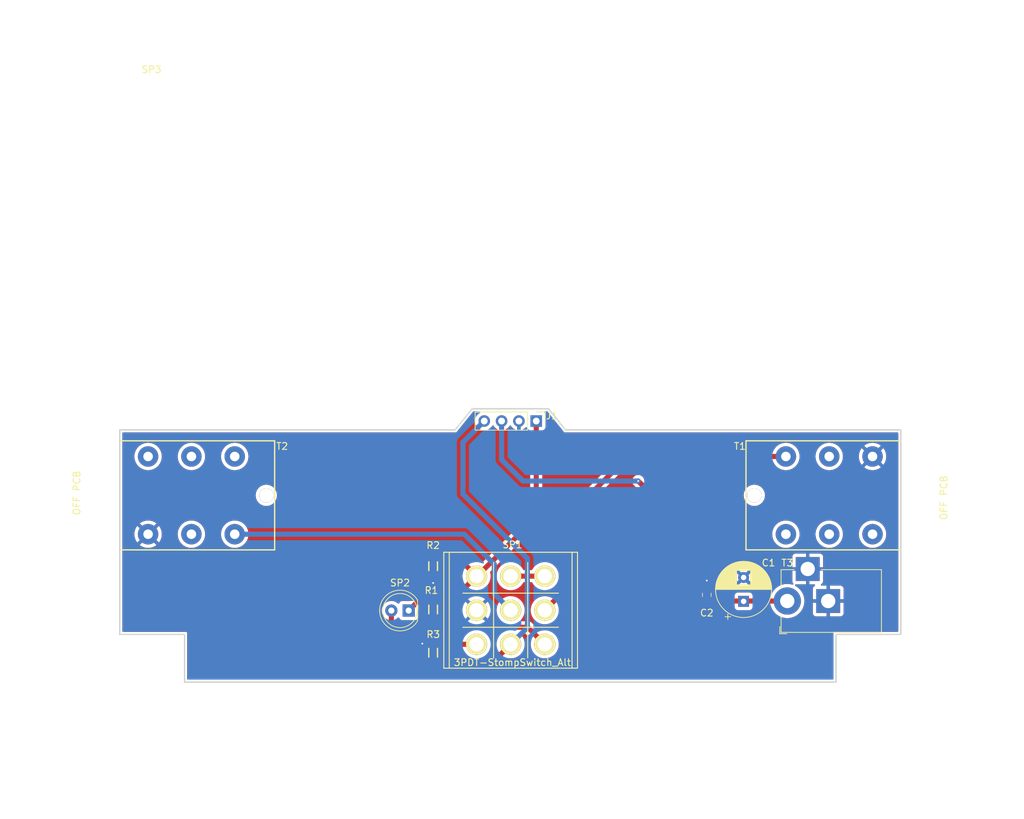
<source format=kicad_pcb>
(kicad_pcb (version 20221018) (generator pcbnew)
  (layers (0 "F.Cu" signal) (31 "B.Cu" signal) (34 "B.Paste" user) (35 "F.Paste" user) (36 "B.SilkS" user "B.Silkscreen") (37 "F.SilkS" user "F.Silkscreen") (38 "B.Mask" user) (39 "F.Mask" user) (44 "Edge.Cuts" user))
  (net 0 "")
  (net 1 "GND")
  (net 2 "+9V")
  (net 3 "Net-(R1-Pad2)")
  (net 4 "Net-(R1-Pad1)")
  (net 5 "Net-(T1-Pad5)")
  (net 6 "Net-(T1-Pad3)")
  (net 7 "Net-(T1-Pad2)")
  (net 8 "Net-(T1-Pad1)")
  (net 9 "Net-(T2-Pad5)")
  (net 10 "Net-(T2-Pad3)")
  (net 11 "Net-(T2-Pad2)")
  (net 12 "Net-(T2-Pad1)")
  (net 13 "/IN")
  (net 14 "/OUT")
  (net 15 "/Pedal_IN")
  (net 16 "/Pedal_OUT")
  (net 17 "/BYPASS")
  (footprint "AVR-KiCAD-Lib-Capacitors:C0805" (layer "F.Cu") (at 183.55 137.2 90)
    (fp_text reference "C2" (at -2.65 0 180) (layer "F.SilkS"))
    (fp_text value "CL21B104KCFNNNE" hide)
    (fp_line (start -0.254 -0.635) (end 0.254 -0.635) (stroke (width 0.1)) (layer "F.SilkS"))
    (fp_line (start -0.254 0.635) (end 0.254 0.635) (stroke (width 0.1)) (layer "F.SilkS"))
    (pad "1" smd roundrect (at -0.95 0 90) (size 1.321 1.524) (layers "F.Cu" "F.Paste" "F.Mask") (net 2 "+9V"))
    (pad "2" smd roundrect (at 0.95 0 90) (size 1.321 1.524) (layers "F.Cu" "F.Paste" "F.Mask") (net 1 "GND"))
  )
  (footprint "Connector_PinHeader_2.54mm:PinHeader_1x04_P2.54mm_Vertical" (layer "F.Cu") (at 158.55 111.7 -90)
    (fp_text reference "J1" (at -0.762 -2.286 180) (layer "F.SilkS"))
    (fp_text value "Conn_01x04_Female" hide)
    (fp_line (start -1.33 -1.33) (end 0 -1.33) (stroke (width 0.12)) (layer "F.SilkS"))
    (fp_line (start -1.33 0) (end -1.33 -1.33) (stroke (width 0.12)) (layer "F.SilkS"))
    (fp_line (start -1.33 1.27) (end -1.33 8.95) (stroke (width 0.12)) (layer "F.SilkS"))
    (fp_line (start -1.33 1.27) (end 1.33 1.27) (stroke (width 0.12)) (layer "F.SilkS"))
    (fp_line (start -1.33 8.95) (end 1.33 8.95) (stroke (width 0.12)) (layer "F.SilkS"))
    (fp_line (start 1.33 1.27) (end 1.33 8.95) (stroke (width 0.12)) (layer "F.SilkS"))
    (pad "1" thru_hole rect (at 0 0 270) (size 1.7 1.7) (drill 1) (layers "*.Cu" "*.Mask") (net 13 "/IN"))
    (pad "2" thru_hole oval (at 0 2.54 270) (size 1.7 1.7) (drill 1) (layers "*.Cu" "*.Mask") (net 1 "GND"))
    (pad "3" thru_hole oval (at 0 5.08 270) (size 1.7 1.7) (drill 1) (layers "*.Cu" "*.Mask") (net 2 "+9V"))
    (pad "4" thru_hole oval (at 0 7.62 270) (size 1.7 1.7) (drill 1) (layers "*.Cu" "*.Mask") (net 14 "/OUT"))
  )
  (footprint "AVR-KiCAD-Lib-Resistors:R1206" (layer "F.Cu") (at 143.438 139.338 90)
    (fp_text reference "R1" (at 2.794 -0.254) (layer "F.SilkS"))
    (fp_text value "RC1206FR-071KL" hide)
    (fp_line (start -0.635 -0.635) (end 0.635 -0.635) (stroke (width 0.2)) (layer "F.SilkS"))
    (fp_line (start 0.635 0.635) (end -0.635 0.635) (stroke (width 0.2)) (layer "F.SilkS"))
    (pad "1" smd roundrect (at -1.325 0 90) (size 1.1 2) (layers "F.Cu" "F.Paste" "F.Mask") (net 4 "Net-(R1-Pad1)"))
    (pad "2" smd roundrect (at 1.325 0 90) (size 1.1 2) (layers "F.Cu" "F.Paste" "F.Mask") (net 3 "Net-(R1-Pad2)"))
  )
  (footprint "AVR-KiCAD-Lib-Resistors:R1206" (layer "F.Cu") (at 143.438 132.988 -90)
    (fp_text reference "R2" (at -3.048 0 180) (layer "F.SilkS"))
    (fp_text value "RC1206FR-071ML" hide)
    (fp_line (start -0.635 -0.635) (end 0.635 -0.635) (stroke (width 0.2)) (layer "F.SilkS"))
    (fp_line (start 0.635 0.635) (end -0.635 0.635) (stroke (width 0.2)) (layer "F.SilkS"))
    (pad "1" smd roundrect (at -1.325 0 270) (size 1.1 2) (layers "F.Cu" "F.Paste" "F.Mask") (net 13 "/IN"))
    (pad "2" smd roundrect (at 1.325 0 270) (size 1.1 2) (layers "F.Cu" "F.Paste" "F.Mask") (net 1 "GND"))
  )
  (footprint "AVR-KiCAD-Lib-Resistors:R1206" (layer "F.Cu") (at 143.438 145.688 90)
    (fp_text reference "R3" (at 2.688 0.012) (layer "F.SilkS"))
    (fp_text value "RC1206FR-071ML" hide)
    (fp_line (start -0.635 -0.635) (end 0.635 -0.635) (stroke (width 0.2)) (layer "F.SilkS"))
    (fp_line (start 0.635 0.635) (end -0.635 0.635) (stroke (width 0.2)) (layer "F.SilkS"))
    (pad "1" smd roundrect (at -1.325 0 90) (size 1.1 2) (layers "F.Cu" "F.Paste" "F.Mask") (net 14 "/OUT"))
    (pad "2" smd roundrect (at 1.325 0 90) (size 1.1 2) (layers "F.Cu" "F.Paste" "F.Mask") (net 1 "GND"))
  )
  (footprint "AVR-KiCAD-Lib-Diodesl:LED_D5.0mm" (layer "F.Cu") (at 139.85 139.5 180)
    (fp_text reference "SP2" (at 1.27 4.064 180) (layer "F.SilkS"))
    (fp_text value "HLMP-4700-C0002" hide)
    (fp_line (start -1.29 -1.545) (end -1.29 1.545) (stroke (width 0.12)) (layer "F.SilkS"))
    (fp_arc (start -1.29 -1.54483) (mid 2.072002 -2.880433) (end 4.26 0.000462) (stroke (width 0.12)) (layer "F.SilkS"))
    (fp_arc (start 4.26 -0.000462) (mid 2.072002 2.880433) (end -1.29 1.54483) (stroke (width 0.12)) (layer "F.SilkS"))
    (fp_circle (center 1.27 0) (end 3.77 0) (stroke (width 0.12)) (fill none) (layer "F.SilkS"))
    (pad "1" thru_hole rect (at 0 0 180) (size 1.8 1.8) (drill 0.9) (layers "*.Cu" "*.Mask") (net 3 "Net-(R1-Pad2)"))
    (pad "2" thru_hole circle (at 2.54 0 180) (size 1.8 1.8) (drill 0.9) (layers "*.Cu" "*.Mask") (net 2 "+9V"))
  )
  (footprint "AVR-KiCAD-Lib-Connectors:ACJS-MHDR" (layer "F.Cu") (at 201.5 122.6)
    (fp_text reference "T1" (at -13.1 -7.2) (layer "F.SilkS"))
    (fp_text value "ACJS-MHDR")
    (fp_text user "OFF PCB" (at 16.8 0.35 90) (layer "F.SilkS"))
    (fp_line (start -12.2 -8) (end 10.5 -8) (stroke (width 0.2)) (layer "F.SilkS"))
    (fp_line (start -12.2 8) (end -12.2 -8) (stroke (width 0.2)) (layer "F.SilkS"))
    (fp_line (start -12.2 8) (end 10.5 8) (stroke (width 0.2)) (layer "F.SilkS"))
    (pad "1" thru_hole circle (at 6.35 5.7) (size 3 3) (drill 1.4) (layers "*.Cu" "*.Mask") (net 8 "Net-(T1-Pad1)"))
    (pad "2" thru_hole circle (at 0 5.7) (size 3 3) (drill 1.4) (layers "*.Cu" "*.Mask") (net 7 "Net-(T1-Pad2)"))
    (pad "3" thru_hole circle (at -6.35 5.7) (size 3 3) (drill 1.4) (layers "*.Cu" "*.Mask") (net 6 "Net-(T1-Pad3)"))
    (pad "4" thru_hole circle (at 6.35 -5.7) (size 3 3) (drill 1.4) (layers "*.Cu" "*.Mask") (net 1 "GND"))
    (pad "5" thru_hole circle (at 0 -5.7) (size 3 3) (drill 1.4) (layers "*.Cu" "*.Mask") (net 5 "Net-(T1-Pad5)"))
    (pad "6" thru_hole circle (at -6.35 -5.7) (size 3 3) (drill 1.4) (layers "*.Cu" "*.Mask") (net 15 "/Pedal_IN"))
    (pad "7" thru_hole circle (at -10.98 0) (size 2.1 2.1) (drill 2.1) (layers "*.Cu" "*.Mask"))
  )
  (footprint "AVR-KiCAD-Lib-Connectors:ACJS-MHDR" (layer "F.Cu") (at 108 122.6 180)
    (fp_text reference "T2" (at -13.3 7.2 180) (layer "F.SilkS"))
    (fp_text value "ACJS-MHDR")
    (fp_text user "OFF PCB" (at 16.8 0.35 270) (layer "F.SilkS"))
    (fp_line (start -12.2 -8) (end 10.5 -8) (stroke (width 0.2)) (layer "F.SilkS"))
    (fp_line (start -12.2 8) (end -12.2 -8) (stroke (width 0.2)) (layer "F.SilkS"))
    (fp_line (start -12.2 8) (end 10.5 8) (stroke (width 0.2)) (layer "F.SilkS"))
    (pad "1" thru_hole circle (at 6.35 5.7 180) (size 3 3) (drill 1.4) (layers "*.Cu" "*.Mask") (net 12 "Net-(T2-Pad1)"))
    (pad "2" thru_hole circle (at 0 5.7 180) (size 3 3) (drill 1.4) (layers "*.Cu" "*.Mask") (net 11 "Net-(T2-Pad2)"))
    (pad "3" thru_hole circle (at -6.35 5.7 180) (size 3 3) (drill 1.4) (layers "*.Cu" "*.Mask") (net 10 "Net-(T2-Pad3)"))
    (pad "4" thru_hole circle (at 6.35 -5.7 180) (size 3 3) (drill 1.4) (layers "*.Cu" "*.Mask") (net 1 "GND"))
    (pad "5" thru_hole circle (at 0 -5.7 180) (size 3 3) (drill 1.4) (layers "*.Cu" "*.Mask") (net 9 "Net-(T2-Pad5)"))
    (pad "6" thru_hole circle (at -6.35 -5.7 180) (size 3 3) (drill 1.4) (layers "*.Cu" "*.Mask") (net 16 "/Pedal_OUT"))
    (pad "7" thru_hole circle (at -10.98 0 180) (size 2.1 2.1) (drill 2.1) (layers "*.Cu" "*.Mask"))
  )
  (footprint "AVR-KiCAD-Lib-Special:Switches_Stomp_Switch_3PDT" (layer "F.Cu") (at 154.8 139.45)
    (fp_text reference "SP1" (at 0.254 -9.604) (layer "F.SilkS"))
    (fp_text value "3PDT-StompSwitch_Alt" (at 0.254 7.668) (layer "F.SilkS"))
    (fp_line (start -9.8 -8.5) (end -9 -8.5) (stroke (width 0.15)) (layer "F.SilkS"))
    (fp_line (start -9.8 8.5) (end -9.8 -8.5) (stroke (width 0.15)) (layer "F.SilkS"))
    (fp_line (start -9 -8.5) (end 9 -8.5) (stroke (width 0.15)) (layer "F.SilkS"))
    (fp_line (start -9 8.5) (end -9.8 8.5) (stroke (width 0.15)) (layer "F.SilkS"))
    (fp_line (start -9 8.5) (end -9 -8.5) (stroke (width 0.15)) (layer "F.SilkS"))
    (fp_line (start -9 8.5) (end 9 8.5) (stroke (width 0.15)) (layer "F.SilkS"))
    (fp_line (start -7 -2.5) (end 7 -2.5) (stroke (width 0.15)) (layer "F.SilkS"))
    (fp_line (start -2.5 -7) (end -2.5 7) (stroke (width 0.15)) (layer "F.SilkS"))
    (fp_line (start 2.5 7) (end 2.5 -7) (stroke (width 0.15)) (layer "F.SilkS"))
    (fp_line (start 7 2.5) (end -7 2.5) (stroke (width 0.15)) (layer "F.SilkS"))
    (fp_line (start 9 -8.5) (end 9 0) (stroke (width 0.15)) (layer "F.SilkS"))
    (fp_line (start 9 8.5) (end 9 0) (stroke (width 0.15)) (layer "F.SilkS"))
    (fp_line (start 9.8 -8.5) (end 9 -8.5) (stroke (width 0.15)) (layer "F.SilkS"))
    (fp_line (start 9.8 8.5) (end 9 8.5) (stroke (width 0.15)) (layer "F.SilkS"))
    (fp_line (start 9.8 8.5) (end 9.8 -8.5) (stroke (width 0.15)) (layer "F.SilkS"))
    (pad "1" thru_hole circle (at 5 -5) (size 3.1 3.1) (drill 2.1) (layers "*.Cu" "*.Mask" "F.SilkS") (net 17 "/BYPASS"))
    (pad "2" thru_hole circle (at 0 -5) (size 3.1 3.1) (drill 2.1) (layers "*.Cu" "*.Mask" "F.SilkS") (net 17 "/BYPASS"))
    (pad "3" thru_hole circle (at -5 -5) (size 3.1 3.1) (drill 2.1) (layers "*.Cu" "*.Mask" "F.SilkS") (net 13 "/IN"))
    (pad "4" thru_hole circle (at 5 0) (size 3.1 3.1) (drill 2.1) (layers "*.Cu" "*.Mask" "F.SilkS") (net 15 "/Pedal_IN"))
    (pad "5" thru_hole circle (at 0 0) (size 3.1 3.1) (drill 2.1) (layers "*.Cu" "*.Mask" "F.SilkS") (net 16 "/Pedal_OUT"))
    (pad "6" thru_hole circle (at -5 0) (size 3.1 3.1) (drill 2.1) (layers "*.Cu" "*.Mask" "F.SilkS") (net 1 "GND"))
    (pad "7" thru_hole circle (at 5 5) (size 3.1 3.1) (drill 2.1) (layers "*.Cu" "*.Mask" "F.SilkS") (net 13 "/IN"))
    (pad "8" thru_hole circle (at 0 5) (size 3.1 3.1) (drill 2.1) (layers "*.Cu" "*.Mask" "F.SilkS") (net 14 "/OUT"))
    (pad "9" thru_hole circle (at -5 5) (size 3.1 3.1) (drill 2.1) (layers "*.Cu" "*.Mask" "F.SilkS") (net 4 "Net-(R1-Pad1)"))
  )
  (footprint "AVR-KiCAD-Lib-Capacitors:CP_Radial_D8.0mm_P3.50mm" (layer "F.Cu") (at 188.95 138.15 90)
    (fp_text reference "C1" (at 5.65 3.65) (layer "F.SilkS"))
    (fp_text value "UFW1H101MPD" hide)
    (fp_line (start -2.659698 -2.315) (end -1.859698 -2.315) (stroke (width 0.12)) (layer "F.SilkS"))
    (fp_line (start -2.259698 -2.715) (end -2.259698 -1.915) (stroke (width 0.12)) (layer "F.SilkS"))
    (fp_line (start 1.75 -4.08) (end 1.75 4.08) (stroke (width 0.12)) (layer "F.SilkS"))
    (fp_line (start 1.79 -4.08) (end 1.79 4.08) (stroke (width 0.12)) (layer "F.SilkS"))
    (fp_line (start 1.83 -4.08) (end 1.83 4.08) (stroke (width 0.12)) (layer "F.SilkS"))
    (fp_line (start 1.87 -4.079) (end 1.87 4.079) (stroke (width 0.12)) (layer "F.SilkS"))
    (fp_line (start 1.91 -4.077) (end 1.91 4.077) (stroke (width 0.12)) (layer "F.SilkS"))
    (fp_line (start 1.95 -4.076) (end 1.95 4.076) (stroke (width 0.12)) (layer "F.SilkS"))
    (fp_line (start 1.99 -4.074) (end 1.99 4.074) (stroke (width 0.12)) (layer "F.SilkS"))
    (fp_line (start 2.03 -4.071) (end 2.03 4.071) (stroke (width 0.12)) (layer "F.SilkS"))
    (fp_line (start 2.07 -4.068) (end 2.07 4.068) (stroke (width 0.12)) (layer "F.SilkS"))
    (fp_line (start 2.11 -4.065) (end 2.11 4.065) (stroke (width 0.12)) (layer "F.SilkS"))
    (fp_line (start 2.15 -4.061) (end 2.15 4.061) (stroke (width 0.12)) (layer "F.SilkS"))
    (fp_line (start 2.19 -4.057) (end 2.19 4.057) (stroke (width 0.12)) (layer "F.SilkS"))
    (fp_line (start 2.23 -4.052) (end 2.23 4.052) (stroke (width 0.12)) (layer "F.SilkS"))
    (fp_line (start 2.27 -4.048) (end 2.27 4.048) (stroke (width 0.12)) (layer "F.SilkS"))
    (fp_line (start 2.31 -4.042) (end 2.31 4.042) (stroke (width 0.12)) (layer "F.SilkS"))
    (fp_line (start 2.35 -4.037) (end 2.35 4.037) (stroke (width 0.12)) (layer "F.SilkS"))
    (fp_line (start 2.39 -4.03) (end 2.39 4.03) (stroke (width 0.12)) (layer "F.SilkS"))
    (fp_line (start 2.43 -4.024) (end 2.43 4.024) (stroke (width 0.12)) (layer "F.SilkS"))
    (fp_line (start 2.471 -4.017) (end 2.471 -1.04) (stroke (width 0.12)) (layer "F.SilkS"))
    (fp_line (start 2.471 1.04) (end 2.471 4.017) (stroke (width 0.12)) (layer "F.SilkS"))
    (fp_line (start 2.511 -4.01) (end 2.511 -1.04) (stroke (width 0.12)) (layer "F.SilkS"))
    (fp_line (start 2.511 1.04) (end 2.511 4.01) (stroke (width 0.12)) (layer "F.SilkS"))
    (fp_line (start 2.551 -4.002) (end 2.551 -1.04) (stroke (width 0.12)) (layer "F.SilkS"))
    (fp_line (start 2.551 1.04) (end 2.551 4.002) (stroke (width 0.12)) (layer "F.SilkS"))
    (fp_line (start 2.591 -3.994) (end 2.591 -1.04) (stroke (width 0.12)) (layer "F.SilkS"))
    (fp_line (start 2.591 1.04) (end 2.591 3.994) (stroke (width 0.12)) (layer "F.SilkS"))
    (fp_line (start 2.631 -3.985) (end 2.631 -1.04) (stroke (width 0.12)) (layer "F.SilkS"))
    (fp_line (start 2.631 1.04) (end 2.631 3.985) (stroke (width 0.12)) (layer "F.SilkS"))
    (fp_line (start 2.671 -3.976) (end 2.671 -1.04) (stroke (width 0.12)) (layer "F.SilkS"))
    (fp_line (start 2.671 1.04) (end 2.671 3.976) (stroke (width 0.12)) (layer "F.SilkS"))
    (fp_line (start 2.711 -3.967) (end 2.711 -1.04) (stroke (width 0.12)) (layer "F.SilkS"))
    (fp_line (start 2.711 1.04) (end 2.711 3.967) (stroke (width 0.12)) (layer "F.SilkS"))
    (fp_line (start 2.751 -3.957) (end 2.751 -1.04) (stroke (width 0.12)) (layer "F.SilkS"))
    (fp_line (start 2.751 1.04) (end 2.751 3.957) (stroke (width 0.12)) (layer "F.SilkS"))
    (fp_line (start 2.791 -3.947) (end 2.791 -1.04) (stroke (width 0.12)) (layer "F.SilkS"))
    (fp_line (start 2.791 1.04) (end 2.791 3.947) (stroke (width 0.12)) (layer "F.SilkS"))
    (fp_line (start 2.831 -3.936) (end 2.831 -1.04) (stroke (width 0.12)) (layer "F.SilkS"))
    (fp_line (start 2.831 1.04) (end 2.831 3.936) (stroke (width 0.12)) (layer "F.SilkS"))
    (fp_line (start 2.871 -3.925) (end 2.871 -1.04) (stroke (width 0.12)) (layer "F.SilkS"))
    (fp_line (start 2.871 1.04) (end 2.871 3.925) (stroke (width 0.12)) (layer "F.SilkS"))
    (fp_line (start 2.911 -3.914) (end 2.911 -1.04) (stroke (width 0.12)) (layer "F.SilkS"))
    (fp_line (start 2.911 1.04) (end 2.911 3.914) (stroke (width 0.12)) (layer "F.SilkS"))
    (fp_line (start 2.951 -3.902) (end 2.951 -1.04) (stroke (width 0.12)) (layer "F.SilkS"))
    (fp_line (start 2.951 1.04) (end 2.951 3.902) (stroke (width 0.12)) (layer "F.SilkS"))
    (fp_line (start 2.991 -3.889) (end 2.991 -1.04) (stroke (width 0.12)) (layer "F.SilkS"))
    (fp_line (start 2.991 1.04) (end 2.991 3.889) (stroke (width 0.12)) (layer "F.SilkS"))
    (fp_line (start 3.031 -3.877) (end 3.031 -1.04) (stroke (width 0.12)) (layer "F.SilkS"))
    (fp_line (start 3.031 1.04) (end 3.031 3.877) (stroke (width 0.12)) (layer "F.SilkS"))
    (fp_line (start 3.071 -3.863) (end 3.071 -1.04) (stroke (width 0.12)) (layer "F.SilkS"))
    (fp_line (start 3.071 1.04) (end 3.071 3.863) (stroke (width 0.12)) (layer "F.SilkS"))
    (fp_line (start 3.111 -3.85) (end 3.111 -1.04) (stroke (width 0.12)) (layer "F.SilkS"))
    (fp_line (start 3.111 1.04) (end 3.111 3.85) (stroke (width 0.12)) (layer "F.SilkS"))
    (fp_line (start 3.151 -3.835) (end 3.151 -1.04) (stroke (width 0.12)) (layer "F.SilkS"))
    (fp_line (start 3.151 1.04) (end 3.151 3.835) (stroke (width 0.12)) (layer "F.SilkS"))
    (fp_line (start 3.191 -3.821) (end 3.191 -1.04) (stroke (width 0.12)) (layer "F.SilkS"))
    (fp_line (start 3.191 1.04) (end 3.191 3.821) (stroke (width 0.12)) (layer "F.SilkS"))
    (fp_line (start 3.231 -3.805) (end 3.231 -1.04) (stroke (width 0.12)) (layer "F.SilkS"))
    (fp_line (start 3.231 1.04) (end 3.231 3.805) (stroke (width 0.12)) (layer "F.SilkS"))
    (fp_line (start 3.271 -3.79) (end 3.271 -1.04) (stroke (width 0.12)) (layer "F.SilkS"))
    (fp_line (start 3.271 1.04) (end 3.271 3.79) (stroke (width 0.12)) (layer "F.SilkS"))
    (fp_line (start 3.311 -3.774) (end 3.311 -1.04) (stroke (width 0.12)) (layer "F.SilkS"))
    (fp_line (start 3.311 1.04) (end 3.311 3.774) (stroke (width 0.12)) (layer "F.SilkS"))
    (fp_line (start 3.351 -3.757) (end 3.351 -1.04) (stroke (width 0.12)) (layer "F.SilkS"))
    (fp_line (start 3.351 1.04) (end 3.351 3.757) (stroke (width 0.12)) (layer "F.SilkS"))
    (fp_line (start 3.391 -3.74) (end 3.391 -1.04) (stroke (width 0.12)) (layer "F.SilkS"))
    (fp_line (start 3.391 1.04) (end 3.391 3.74) (stroke (width 0.12)) (layer "F.SilkS"))
    (fp_line (start 3.431 -3.722) (end 3.431 -1.04) (stroke (width 0.12)) (layer "F.SilkS"))
    (fp_line (start 3.431 1.04) (end 3.431 3.722) (stroke (width 0.12)) (layer "F.SilkS"))
    (fp_line (start 3.471 -3.704) (end 3.471 -1.04) (stroke (width 0.12)) (layer "F.SilkS"))
    (fp_line (start 3.471 1.04) (end 3.471 3.704) (stroke (width 0.12)) (layer "F.SilkS"))
    (fp_line (start 3.511 -3.686) (end 3.511 -1.04) (stroke (width 0.12)) (layer "F.SilkS"))
    (fp_line (start 3.511 1.04) (end 3.511 3.686) (stroke (width 0.12)) (layer "F.SilkS"))
    (fp_line (start 3.551 -3.666) (end 3.551 -1.04) (stroke (width 0.12)) (layer "F.SilkS"))
    (fp_line (start 3.551 1.04) (end 3.551 3.666) (stroke (width 0.12)) (layer "F.SilkS"))
    (fp_line (start 3.591 -3.647) (end 3.591 -1.04) (stroke (width 0.12)) (layer "F.SilkS"))
    (fp_line (start 3.591 1.04) (end 3.591 3.647) (stroke (width 0.12)) (layer "F.SilkS"))
    (fp_line (start 3.631 -3.627) (end 3.631 -1.04) (stroke (width 0.12)) (layer "F.SilkS"))
    (fp_line (start 3.631 1.04) (end 3.631 3.627) (stroke (width 0.12)) (layer "F.SilkS"))
    (fp_line (start 3.671 -3.606) (end 3.671 -1.04) (stroke (width 0.12)) (layer "F.SilkS"))
    (fp_line (start 3.671 1.04) (end 3.671 3.606) (stroke (width 0.12)) (layer "F.SilkS"))
    (fp_line (start 3.711 -3.584) (end 3.711 -1.04) (stroke (width 0.12)) (layer "F.SilkS"))
    (fp_line (start 3.711 1.04) (end 3.711 3.584) (stroke (width 0.12)) (layer "F.SilkS"))
    (fp_line (start 3.751 -3.562) (end 3.751 -1.04) (stroke (width 0.12)) (layer "F.SilkS"))
    (fp_line (start 3.751 1.04) (end 3.751 3.562) (stroke (width 0.12)) (layer "F.SilkS"))
    (fp_line (start 3.791 -3.54) (end 3.791 -1.04) (stroke (width 0.12)) (layer "F.SilkS"))
    (fp_line (start 3.791 1.04) (end 3.791 3.54) (stroke (width 0.12)) (layer "F.SilkS"))
    (fp_line (start 3.831 -3.517) (end 3.831 -1.04) (stroke (width 0.12)) (layer "F.SilkS"))
    (fp_line (start 3.831 1.04) (end 3.831 3.517) (stroke (width 0.12)) (layer "F.SilkS"))
    (fp_line (start 3.871 -3.493) (end 3.871 -1.04) (stroke (width 0.12)) (layer "F.SilkS"))
    (fp_line (start 3.871 1.04) (end 3.871 3.493) (stroke (width 0.12)) (layer "F.SilkS"))
    (fp_line (start 3.911 -3.469) (end 3.911 -1.04) (stroke (width 0.12)) (layer "F.SilkS"))
    (fp_line (start 3.911 1.04) (end 3.911 3.469) (stroke (width 0.12)) (layer "F.SilkS"))
    (fp_line (start 3.951 -3.444) (end 3.951 -1.04) (stroke (width 0.12)) (layer "F.SilkS"))
    (fp_line (start 3.951 1.04) (end 3.951 3.444) (stroke (width 0.12)) (layer "F.SilkS"))
    (fp_line (start 3.991 -3.418) (end 3.991 -1.04) (stroke (width 0.12)) (layer "F.SilkS"))
    (fp_line (start 3.991 1.04) (end 3.991 3.418) (stroke (width 0.12)) (layer "F.SilkS"))
    (fp_line (start 4.031 -3.392) (end 4.031 -1.04) (stroke (width 0.12)) (layer "F.SilkS"))
    (fp_line (start 4.031 1.04) (end 4.031 3.392) (stroke (width 0.12)) (layer "F.SilkS"))
    (fp_line (start 4.071 -3.365) (end 4.071 -1.04) (stroke (width 0.12)) (layer "F.SilkS"))
    (fp_line (start 4.071 1.04) (end 4.071 3.365) (stroke (width 0.12)) (layer "F.SilkS"))
    (fp_line (start 4.111 -3.338) (end 4.111 -1.04) (stroke (width 0.12)) (layer "F.SilkS"))
    (fp_line (start 4.111 1.04) (end 4.111 3.338) (stroke (width 0.12)) (layer "F.SilkS"))
    (fp_line (start 4.151 -3.309) (end 4.151 -1.04) (stroke (width 0.12)) (layer "F.SilkS"))
    (fp_line (start 4.151 1.04) (end 4.151 3.309) (stroke (width 0.12)) (layer "F.SilkS"))
    (fp_line (start 4.191 -3.28) (end 4.191 -1.04) (stroke (width 0.12)) (layer "F.SilkS"))
    (fp_line (start 4.191 1.04) (end 4.191 3.28) (stroke (width 0.12)) (layer "F.SilkS"))
    (fp_line (start 4.231 -3.25) (end 4.231 -1.04) (stroke (width 0.12)) (layer "F.SilkS"))
    (fp_line (start 4.231 1.04) (end 4.231 3.25) (stroke (width 0.12)) (layer "F.SilkS"))
    (fp_line (start 4.271 -3.22) (end 4.271 -1.04) (stroke (width 0.12)) (layer "F.SilkS"))
    (fp_line (start 4.271 1.04) (end 4.271 3.22) (stroke (width 0.12)) (layer "F.SilkS"))
    (fp_line (start 4.311 -3.189) (end 4.311 -1.04) (stroke (width 0.12)) (layer "F.SilkS"))
    (fp_line (start 4.311 1.04) (end 4.311 3.189) (stroke (width 0.12)) (layer "F.SilkS"))
    (fp_line (start 4.351 -3.156) (end 4.351 -1.04) (stroke (width 0.12)) (layer "F.SilkS"))
    (fp_line (start 4.351 1.04) (end 4.351 3.156) (stroke (width 0.12)) (layer "F.SilkS"))
    (fp_line (start 4.391 -3.124) (end 4.391 -1.04) (stroke (width 0.12)) (layer "F.SilkS"))
    (fp_line (start 4.391 1.04) (end 4.391 3.124) (stroke (width 0.12)) (layer "F.SilkS"))
    (fp_line (start 4.431 -3.09) (end 4.431 -1.04) (stroke (width 0.12)) (layer "F.SilkS"))
    (fp_line (start 4.431 1.04) (end 4.431 3.09) (stroke (width 0.12)) (layer "F.SilkS"))
    (fp_line (start 4.471 -3.055) (end 4.471 -1.04) (stroke (width 0.12)) (layer "F.SilkS"))
    (fp_line (start 4.471 1.04) (end 4.471 3.055) (stroke (width 0.12)) (layer "F.SilkS"))
    (fp_line (start 4.511 -3.019) (end 4.511 -1.04) (stroke (width 0.12)) (layer "F.SilkS"))
    (fp_line (start 4.511 1.04) (end 4.511 3.019) (stroke (width 0.12)) (layer "F.SilkS"))
    (fp_line (start 4.551 -2.983) (end 4.551 2.983) (stroke (width 0.12)) (layer "F.SilkS"))
    (fp_line (start 4.591 -2.945) (end 4.591 2.945) (stroke (width 0.12)) (layer "F.SilkS"))
    (fp_line (start 4.631 -2.907) (end 4.631 2.907) (stroke (width 0.12)) (layer "F.SilkS"))
    (fp_line (start 4.671 -2.867) (end 4.671 2.867) (stroke (width 0.12)) (layer "F.SilkS"))
    (fp_line (start 4.711 -2.826) (end 4.711 2.826) (stroke (width 0.12)) (layer "F.SilkS"))
    (fp_line (start 4.751 -2.784) (end 4.751 2.784) (stroke (width 0.12)) (layer "F.SilkS"))
    (fp_line (start 4.791 -2.741) (end 4.791 2.741) (stroke (width 0.12)) (layer "F.SilkS"))
    (fp_line (start 4.831 -2.697) (end 4.831 2.697) (stroke (width 0.12)) (layer "F.SilkS"))
    (fp_line (start 4.871 -2.651) (end 4.871 2.651) (stroke (width 0.12)) (layer "F.SilkS"))
    (fp_line (start 4.911 -2.604) (end 4.911 2.604) (stroke (width 0.12)) (layer "F.SilkS"))
    (fp_line (start 4.951 -2.556) (end 4.951 2.556) (stroke (width 0.12)) (layer "F.SilkS"))
    (fp_line (start 4.991 -2.505) (end 4.991 2.505) (stroke (width 0.12)) (layer "F.SilkS"))
    (fp_line (start 5.031 -2.454) (end 5.031 2.454) (stroke (width 0.12)) (layer "F.SilkS"))
    (fp_line (start 5.071 -2.4) (end 5.071 2.4) (stroke (width 0.12)) (layer "F.SilkS"))
    (fp_line (start 5.111 -2.345) (end 5.111 2.345) (stroke (width 0.12)) (layer "F.SilkS"))
    (fp_line (start 5.151 -2.287) (end 5.151 2.287) (stroke (width 0.12)) (layer "F.SilkS"))
    (fp_line (start 5.191 -2.228) (end 5.191 2.228) (stroke (width 0.12)) (layer "F.SilkS"))
    (fp_line (start 5.231 -2.166) (end 5.231 2.166) (stroke (width 0.12)) (layer "F.SilkS"))
    (fp_line (start 5.271 -2.102) (end 5.271 2.102) (stroke (width 0.12)) (layer "F.SilkS"))
    (fp_line (start 5.311 -2.034) (end 5.311 2.034) (stroke (width 0.12)) (layer "F.SilkS"))
    (fp_line (start 5.351 -1.964) (end 5.351 1.964) (stroke (width 0.12)) (layer "F.SilkS"))
    (fp_line (start 5.391 -1.89) (end 5.391 1.89) (stroke (width 0.12)) (layer "F.SilkS"))
    (fp_line (start 5.431 -1.813) (end 5.431 1.813) (stroke (width 0.12)) (layer "F.SilkS"))
    (fp_line (start 5.471 -1.731) (end 5.471 1.731) (stroke (width 0.12)) (layer "F.SilkS"))
    (fp_line (start 5.511 -1.645) (end 5.511 1.645) (stroke (width 0.12)) (layer "F.SilkS"))
    (fp_line (start 5.551 -1.552) (end 5.551 1.552) (stroke (width 0.12)) (layer "F.SilkS"))
    (fp_line (start 5.591 -1.453) (end 5.591 1.453) (stroke (width 0.12)) (layer "F.SilkS"))
    (fp_line (start 5.631 -1.346) (end 5.631 1.346) (stroke (width 0.12)) (layer "F.SilkS"))
    (fp_line (start 5.671 -1.229) (end 5.671 1.229) (stroke (width 0.12)) (layer "F.SilkS"))
    (fp_line (start 5.711 -1.098) (end 5.711 1.098) (stroke (width 0.12)) (layer "F.SilkS"))
    (fp_line (start 5.751 -0.948) (end 5.751 0.948) (stroke (width 0.12)) (layer "F.SilkS"))
    (fp_line (start 5.791 -0.768) (end 5.791 0.768) (stroke (width 0.12)) (layer "F.SilkS"))
    (fp_line (start 5.831 -0.533) (end 5.831 0.533) (stroke (width 0.12)) (layer "F.SilkS"))
    (fp_circle (center 1.75 0) (end 5.87 0) (stroke (width 0.12)) (fill none) (layer "F.SilkS"))
    (pad "1" thru_hole rect (at 0 0 90) (size 1.6 1.6) (drill 0.8) (layers "*.Cu" "*.Mask") (net 2 "+9V"))
    (pad "2" thru_hole circle (at 3.5 0 90) (size 1.6 1.6) (drill 0.8) (layers "*.Cu" "*.Mask") (net 1 "GND"))
  )
  (footprint "AVR-KiCAD-Lib-Connectors:BarrelJack_Horizontal" (layer "F.Cu") (at 195.35 138.1 180)
    (fp_text reference "T3" (at 0 5.588 180) (layer "F.SilkS"))
    (fp_text value "54-00129")
    (fp_line (start -13.8 -4.6) (end 0.9 -4.6) (stroke (width 0.12)) (layer "F.SilkS"))
    (fp_line (start -13.8 4.6) (end -13.8 -4.6) (stroke (width 0.12)) (layer "F.SilkS"))
    (fp_line (start -5 4.6) (end -13.8 4.6) (stroke (width 0.12)) (layer "F.SilkS"))
    (fp_line (start 0.05 -4.8) (end 1.1 -4.8) (stroke (width 0.12)) (layer "F.SilkS"))
    (fp_line (start 0.9 -4.6) (end 0.9 -2) (stroke (width 0.12)) (layer "F.SilkS"))
    (fp_line (start 0.9 1.9) (end 0.9 4.6) (stroke (width 0.12)) (layer "F.SilkS"))
    (fp_line (start 0.9 4.6) (end -1 4.6) (stroke (width 0.12)) (layer "F.SilkS"))
    (fp_line (start 1.1 -3.75) (end 1.1 -4.8) (stroke (width 0.12)) (layer "F.SilkS"))
    (pad "1" thru_hole circle (at 0 0 180) (size 4 4) (drill 2.1) (layers "*.Cu" "*.Mask") (net 2 "+9V"))
    (pad "2" thru_hole rect (at -6 0 180) (size 3.5 3.5) (drill 2.1) (layers "*.Cu" "*.Mask") (net 1 "GND"))
    (pad "3" thru_hole rect (at -3 4.7 180) (size 3.5 3.5) (drill 2.1) (layers "*.Cu" "*.Mask") (net 1 "GND"))
  )
  (footprint "AVR-KiCAD-Lib-Special:1590BB" (layer "F.Cu") (at 100 150)
    (fp_text reference "SP3" (at 2.15 -89.85) (layer "F.SilkS"))
    (fp_text value "Hammond_1590BB")
  )
  (gr_line (start 202.5 150) (end 202.5 143) (stroke (width 0.2)) (layer "Edge.Cuts"))
  (gr_line (start 212 143) (end 202.5 143) (stroke (width 0.2)) (layer "Edge.Cuts"))
  (gr_line (start 212 143) (end 212 113) (stroke (width 0.2)) (layer "Edge.Cuts"))
  (gr_line (start 97.5 143) (end 97.5 113) (stroke (width 0.2)) (layer "Edge.Cuts"))
  (gr_line (start 146.65 113) (end 149.15 109.9) (stroke (width 0.2)) (layer "Edge.Cuts"))
  (gr_line (start 146.65 113) (end 97.5 113) (stroke (width 0.2)) (layer "Edge.Cuts"))
  (gr_line (start 149.15 109.9) (end 154.75 109.9) (stroke (width 0.2)) (layer "Edge.Cuts"))
  (gr_line (start 162.85 113) (end 212 113) (stroke (width 0.2)) (layer "Edge.Cuts"))
  (gr_line (start 107 143) (end 97.5 143) (stroke (width 0.2)) (layer "Edge.Cuts"))
  (gr_line (start 202.5 150) (end 107 150) (stroke (width 0.2)) (layer "Edge.Cuts"))
  (gr_line (start 107 150) (end 107 143) (stroke (width 0.2)) (layer "Edge.Cuts"))
  (gr_line (start 160.35 109.9) (end 154.75 109.9) (stroke (width 0.2)) (layer "Edge.Cuts"))
  (gr_line (start 160.35 109.9) (end 162.85 113) (stroke (width 0.2)) (layer "Edge.Cuts"))
  (segment (start 143.438 135.45) (end 143.438 134.313) (width 0.75) (layer "F.Cu") (net 1))
  (segment (start 183.55 136.25) (end 183.55 135.1) (width 0.75) (layer "F.Cu") (net 1))
  (segment (start 141.863 144.363) (end 141.85 144.35) (width 0.25) (layer "F.Cu") (net 1))
  (segment (start 143.438 144.363) (end 141.863 144.363) (width 0.75) (layer "F.Cu") (net 1))
  (via (at 141.85 144.35) (size 0.635) (drill 0.254) (layers "F.Cu" "B.Cu") (net 1))
  (via (at 183.55 135.1) (size 0.635) (drill 0.254) (layers "F.Cu" "B.Cu") (net 1))
  (via (at 143.438 135.45) (size 0.635) (drill 0.254) (layers "F.Cu" "B.Cu") (net 1))
  (segment (start 175.65 138.1) (end 175.65 122.649952) (width 0.75) (layer "F.Cu") (net 2))
  (segment (start 175.65 122.649952) (end 173.817547 120.817499) (width 0.75) (layer "F.Cu") (net 2))
  (segment (start 140.9 148.95) (end 137.31 145.36) (width 0.75) (layer "F.Cu") (net 2))
  (segment (start 195.35 138.1) (end 175.65 138.1) (width 0.75) (layer "F.Cu") (net 2))
  (segment (start 175.65 138.1) (end 164.8 148.95) (width 0.75) (layer "F.Cu") (net 2))
  (segment (start 137.31 145.36) (end 137.31 139.5) (width 0.75) (layer "F.Cu") (net 2))
  (segment (start 164.8 148.95) (end 140.9 148.95) (width 0.75) (layer "F.Cu") (net 2))
  (segment (start 173.817547 120.817499) (end 173.500048 120.5) (width 0.75) (layer "F.Cu") (net 2))
  (via (at 173.500048 120.5) (size 0.635) (drill 0.254) (layers "F.Cu" "B.Cu") (net 2))
  (segment (start 156.6 120.5) (end 153.47 117.37) (width 0.75) (layer "B.Cu") (net 2))
  (segment (start 173.5 120.5) (end 156.6 120.5) (width 0.75) (layer "B.Cu") (net 2))
  (segment (start 153.47 117.37) (end 153.47 111.7) (width 0.75) (layer "B.Cu") (net 2))
  (segment (start 141.337 138.013) (end 139.85 139.5) (width 0.75) (layer "F.Cu") (net 3))
  (segment (start 143.438 138.013) (end 141.337 138.013) (width 0.75) (layer "F.Cu") (net 3))
  (segment (start 145.113 140.663) (end 144.787 140.663) (width 0.75) (layer "F.Cu") (net 4))
  (segment (start 149.8 144.45) (end 147.607969 144.45) (width 0.75) (layer "F.Cu") (net 4))
  (segment (start 144.787 140.663) (end 143.438 140.663) (width 0.75) (layer "F.Cu") (net 4))
  (segment (start 147.607969 144.45) (end 146.05 142.892031) (width 0.75) (layer "F.Cu") (net 4))
  (segment (start 146.05 141.6) (end 145.113 140.663) (width 0.75) (layer "F.Cu") (net 4))
  (segment (start 146.05 142.892031) (end 146.05 141.6) (width 0.75) (layer "F.Cu") (net 4))
  (segment (start 158.55 111.7) (end 158.55 125.8) (width 0.75) (layer "F.Cu") (net 13))
  (segment (start 149.9 134.45) (end 149.8 134.45) (width 0.75) (layer "F.Cu") (net 13))
  (segment (start 157.3 141.95) (end 148.5 141.95) (width 0.75) (layer "F.Cu") (net 13))
  (segment (start 146.9 137.35) (end 149.8 134.45) (width 0.75) (layer "F.Cu") (net 13))
  (segment (start 143.438 131.663) (end 143.425 131.65) (width 0.75) (layer "F.Cu") (net 13))
  (segment (start 146.9 140.35) (end 146.9 137.35) (width 0.75) (layer "F.Cu") (net 13))
  (segment (start 148.5 141.95) (end 146.9 140.35) (width 0.75) (layer "F.Cu") (net 13))
  (segment (start 158.55 125.8) (end 149.9 134.45) (width 0.75) (layer "F.Cu") (net 13))
  (segment (start 147.013 131.663) (end 143.438 131.663) (width 0.75) (layer "F.Cu") (net 13))
  (segment (start 149.8 134.45) (end 147.013 131.663) (width 0.75) (layer "F.Cu") (net 13))
  (segment (start 159.8 144.45) (end 157.3 141.95) (width 0.75) (layer "F.Cu") (net 13))
  (segment (start 154.8 144.45) (end 152.237 147.013) (width 0.75) (layer "F.Cu") (net 14))
  (segment (start 152.237 147.013) (end 143.438 147.013) (width 0.75) (layer "F.Cu") (net 14))
  (segment (start 157.25 142) (end 157.25 131.85) (width 0.75) (layer "B.Cu") (net 14))
  (segment (start 147.8 122.4) (end 147.8 114.83) (width 0.75) (layer "B.Cu") (net 14))
  (segment (start 154.8 144.45) (end 157.25 142) (width 0.75) (layer "B.Cu") (net 14))
  (segment (start 157.25 131.85) (end 147.8 122.4) (width 0.75) (layer "B.Cu") (net 14))
  (segment (start 147.8 114.83) (end 150.93 111.7) (width 0.75) (layer "B.Cu") (net 14))
  (segment (start 164.347589 124.57621) (end 164.347589 134.902411) (width 0.75) (layer "F.Cu") (net 15))
  (segment (start 172.023799 116.9) (end 164.347589 124.57621) (width 0.75) (layer "F.Cu") (net 15))
  (segment (start 164.347589 134.902411) (end 161.349999 137.900001) (width 0.75) (layer "F.Cu") (net 15))
  (segment (start 195.15 116.9) (end 172.023799 116.9) (width 0.75) (layer "F.Cu") (net 15))
  (segment (start 161.349999 137.900001) (end 159.8 139.45) (width 0.75) (layer "F.Cu") (net 15))
  (segment (start 114.35 128.3) (end 148 128.3) (width 0.75) (layer "B.Cu") (net 16))
  (segment (start 148 128.3) (end 152.4 132.7) (width 0.75) (layer "B.Cu") (net 16))
  (segment (start 152.4 137.05) (end 154.8 139.45) (width 0.75) (layer "B.Cu") (net 16))
  (segment (start 152.4 132.7) (end 152.4 137.05) (width 0.75) (layer "B.Cu") (net 16))
  (segment (start 159.8 134.45) (end 157.607969 134.45) (width 0.75) (layer "F.Cu") (net 17))
  (segment (start 157.607969 134.45) (end 154.8 134.45) (width 0.75) (layer "F.Cu") (net 17))
  (zone (net 1) (net_name "GND") (layer "F.Cu") (connect_pads (clearance 0.508)) (min_thickness 0.254) (fill yes (thermal_gap 0.508) (thermal_bridge_width 0.508))
    (polygon (pts (xy 202.5 150) (xy 107 150) (xy 107 143) (xy 97.5 143) (xy 97.5 113) (xy 146.65 113) (xy 149.15 109.9) (xy 160.35 109.9) (xy 162.85 113) (xy 212 113) (xy 212 143) (xy 202.5 143)))
  )
  (zone (net 1) (net_name "GND") (layer "B.Cu") (connect_pads (clearance 0.508)) (min_thickness 0.254) (fill yes (thermal_gap 0.508) (thermal_bridge_width 0.508))
    (polygon (pts (xy 202.5 150) (xy 107 150) (xy 106.95 143) (xy 97.5 143) (xy 97.5 113) (xy 146.65 113) (xy 149.15 109.9) (xy 160.35 109.9) (xy 162.85 113) (xy 212 113.05) (xy 212 143) (xy 202.5 143)))
  )
)
</source>
